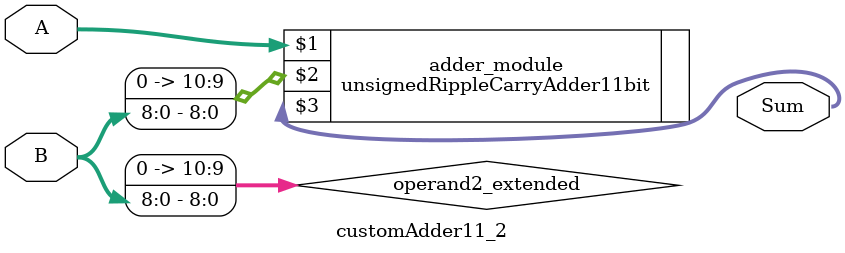
<source format=v>

module customAdder11_2(
                    input [10 : 0] A,
                    input [8 : 0] B,
                    
                    output [11 : 0] Sum
            );

    wire [10 : 0] operand2_extended;
    
    assign operand2_extended =  {2'b0, B};
    
    unsignedRippleCarryAdder11bit adder_module(
        A,
        operand2_extended,
        Sum
    );
    
endmodule
        
</source>
